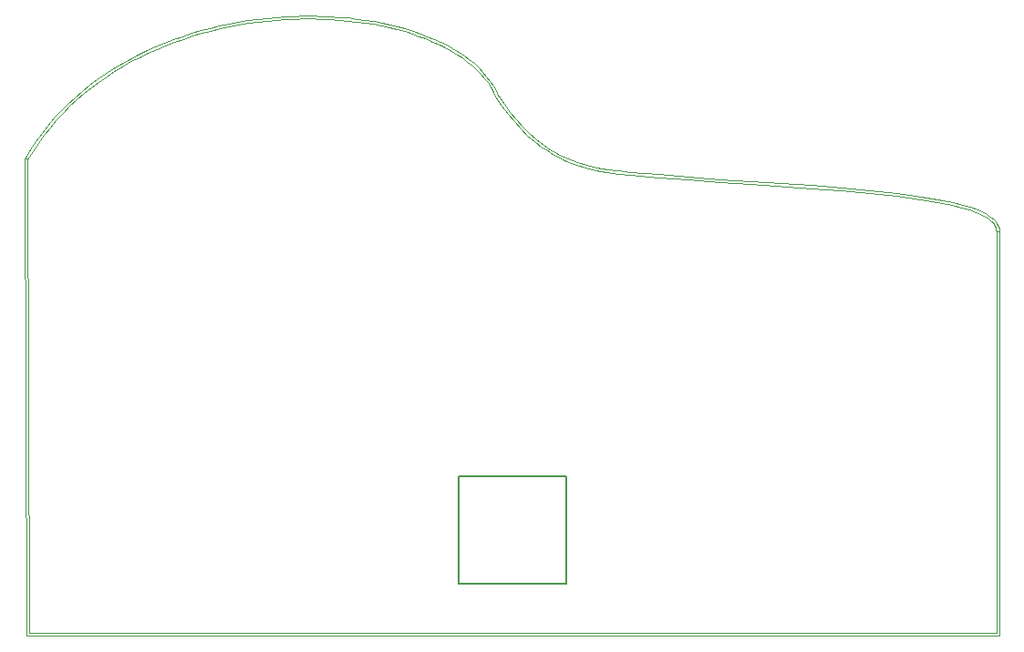
<source format=gbr>
G04 #@! TF.GenerationSoftware,KiCad,Pcbnew,5.0.1*
G04 #@! TF.CreationDate,2019-01-12T14:11:00-06:00*
G04 #@! TF.ProjectId,lid,6C69642E6B696361645F706362000000,rev?*
G04 #@! TF.SameCoordinates,Original*
G04 #@! TF.FileFunction,Profile,NP*
%FSLAX46Y46*%
G04 Gerber Fmt 4.6, Leading zero omitted, Abs format (unit mm)*
G04 Created by KiCad (PCBNEW 5.0.1) date Sat 12 Jan 2019 02:11:00 PM CST*
%MOMM*%
%LPD*%
G01*
G04 APERTURE LIST*
%ADD10C,0.150000*%
%ADD11C,0.100000*%
G04 APERTURE END LIST*
D10*
X141500000Y-105000000D02*
X141500000Y-115000000D01*
X151500000Y-105000000D02*
X141500000Y-105000000D01*
X151500000Y-115000000D02*
X151500000Y-105000000D01*
X141500000Y-115000000D02*
X151500000Y-115000000D01*
D11*
X101524376Y-75501953D02*
X101258751Y-75503953D01*
X101258751Y-75503953D02*
X101377892Y-119882859D01*
X101377892Y-119882859D02*
X191717735Y-119882859D01*
X191717735Y-119882859D02*
X191717735Y-82236328D01*
X191717735Y-82236328D02*
X191452110Y-82236328D01*
X191452110Y-82236328D02*
X191452110Y-119617188D01*
X191452110Y-119617188D02*
X101641563Y-119617188D01*
X101641563Y-119617188D02*
X101524376Y-75501953D01*
X125379845Y-62287109D02*
X124515472Y-62348258D01*
X124515472Y-62348258D02*
X123647848Y-62429573D01*
X123647848Y-62429573D02*
X122778016Y-62531294D01*
X122778016Y-62531294D02*
X121907018Y-62653660D01*
X121907018Y-62653660D02*
X121035895Y-62796913D01*
X121035895Y-62796913D02*
X120165691Y-62961292D01*
X120165691Y-62961292D02*
X119297446Y-63147038D01*
X119297446Y-63147038D02*
X118432204Y-63354391D01*
X118432204Y-63354391D02*
X117571005Y-63583591D01*
X117571005Y-63583591D02*
X116714893Y-63834879D01*
X116714893Y-63834879D02*
X115864909Y-64108494D01*
X115864909Y-64108494D02*
X115022095Y-64404676D01*
X115022095Y-64404676D02*
X114187493Y-64723667D01*
X114187493Y-64723667D02*
X113362146Y-65065706D01*
X113362146Y-65065706D02*
X112547095Y-65431033D01*
X112547095Y-65431033D02*
X111743382Y-65819889D01*
X111743382Y-65819889D02*
X110952050Y-66232514D01*
X110952050Y-66232514D02*
X110174141Y-66669148D01*
X110174141Y-66669148D02*
X109410696Y-67130032D01*
X109410696Y-67130032D02*
X108662758Y-67615405D01*
X108662758Y-67615405D02*
X107931369Y-68125507D01*
X107931369Y-68125507D02*
X107217570Y-68660580D01*
X107217570Y-68660580D02*
X106522404Y-69220862D01*
X106522404Y-69220862D02*
X105846913Y-69806595D01*
X105846913Y-69806595D02*
X105192139Y-70418019D01*
X105192139Y-70418019D02*
X104559124Y-71055374D01*
X104559124Y-71055374D02*
X103948910Y-71718899D01*
X103948910Y-71718899D02*
X103362540Y-72408836D01*
X103362540Y-72408836D02*
X102801054Y-73125424D01*
X102801054Y-73125424D02*
X102265496Y-73868904D01*
X102265496Y-73868904D02*
X101756907Y-74639516D01*
X101756907Y-74639516D02*
X101276329Y-75437500D01*
X101276329Y-75437500D02*
X101506798Y-75568359D01*
X101506798Y-75568359D02*
X101981791Y-74779712D01*
X101981791Y-74779712D02*
X102484609Y-74018008D01*
X102484609Y-74018008D02*
X103014222Y-73283016D01*
X103014222Y-73283016D02*
X103569598Y-72574506D01*
X103569598Y-72574506D02*
X104149707Y-71892247D01*
X104149707Y-71892247D02*
X104753519Y-71236008D01*
X104753519Y-71236008D02*
X105380002Y-70605559D01*
X105380002Y-70605559D02*
X106028125Y-70000667D01*
X106028125Y-70000667D02*
X106696859Y-69421104D01*
X106696859Y-69421104D02*
X107385172Y-68866637D01*
X107385172Y-68866637D02*
X108092034Y-68337037D01*
X108092034Y-68337037D02*
X108816414Y-67832071D01*
X108816414Y-67832071D02*
X109557280Y-67351511D01*
X109557280Y-67351511D02*
X110313604Y-66895124D01*
X110313604Y-66895124D02*
X111084353Y-66462680D01*
X111084353Y-66462680D02*
X111868497Y-66053948D01*
X111868497Y-66053948D02*
X112665006Y-65668698D01*
X112665006Y-65668698D02*
X113472848Y-65306699D01*
X113472848Y-65306699D02*
X114290993Y-64967719D01*
X114290993Y-64967719D02*
X115118410Y-64651528D01*
X115118410Y-64651528D02*
X115954069Y-64357896D01*
X115954069Y-64357896D02*
X116796939Y-64086591D01*
X116796939Y-64086591D02*
X117645988Y-63837383D01*
X117645988Y-63837383D02*
X118500187Y-63610040D01*
X118500187Y-63610040D02*
X119358505Y-63404333D01*
X119358505Y-63404333D02*
X120219910Y-63220030D01*
X120219910Y-63220030D02*
X121083373Y-63056901D01*
X121083373Y-63056901D02*
X121947862Y-62914715D01*
X121947862Y-62914715D02*
X122812347Y-62793240D01*
X122812347Y-62793240D02*
X123675797Y-62692247D01*
X123675797Y-62692247D02*
X124537182Y-62611504D01*
X124537182Y-62611504D02*
X125395470Y-62550781D01*
X125395470Y-62550781D02*
X126249593Y-62509866D01*
X126249593Y-62509866D02*
X127098471Y-62488538D01*
X127098471Y-62488538D02*
X127941060Y-62486552D01*
X127941060Y-62486552D02*
X128776314Y-62503662D01*
X128776314Y-62503662D02*
X129603187Y-62539625D01*
X129603187Y-62539625D02*
X130420633Y-62594194D01*
X130420633Y-62594194D02*
X131227608Y-62667125D01*
X131227608Y-62667125D02*
X132023066Y-62758174D01*
X132023066Y-62758174D02*
X132805961Y-62867094D01*
X132805961Y-62867094D02*
X133575247Y-62993642D01*
X133575247Y-62993642D02*
X134329880Y-63137571D01*
X134329880Y-63137571D02*
X135068813Y-63298638D01*
X135068813Y-63298638D02*
X135791002Y-63476596D01*
X135791002Y-63476596D02*
X136495399Y-63671202D01*
X136495399Y-63671202D02*
X137180961Y-63882210D01*
X137180961Y-63882210D02*
X137846642Y-64109375D01*
X137846642Y-64109375D02*
X138491316Y-64352438D01*
X138491316Y-64352438D02*
X139113891Y-64611119D01*
X139113891Y-64611119D02*
X139713368Y-64885144D01*
X139713368Y-64885144D02*
X140288749Y-65174239D01*
X140288749Y-65174239D02*
X140839033Y-65478127D01*
X140839033Y-65478127D02*
X141363222Y-65796536D01*
X141363222Y-65796536D02*
X141860318Y-66129189D01*
X141860318Y-66129189D02*
X142329322Y-66475812D01*
X142329322Y-66475812D02*
X142769234Y-66836131D01*
X142769234Y-66836131D02*
X143179056Y-67209870D01*
X143179056Y-67209870D02*
X143557789Y-67596755D01*
X143557789Y-67596755D02*
X143904433Y-67996511D01*
X143904433Y-67996511D02*
X144217992Y-68408863D01*
X144217992Y-68408863D02*
X144497464Y-68833537D01*
X144497464Y-68833537D02*
X144741852Y-69270257D01*
X144741852Y-69270257D02*
X144950157Y-69718750D01*
X144950157Y-69718750D02*
X144954057Y-69730469D01*
X144954057Y-69730469D02*
X144959957Y-69740239D01*
X144959957Y-69740239D02*
X145509062Y-70562506D01*
X145509062Y-70562506D02*
X146074795Y-71333915D01*
X146074795Y-71333915D02*
X146660184Y-72054799D01*
X146660184Y-72054799D02*
X147268257Y-72725494D01*
X147268257Y-72725494D02*
X147902041Y-73346332D01*
X147902041Y-73346332D02*
X148564563Y-73917646D01*
X148564563Y-73917646D02*
X149258853Y-74439772D01*
X149258853Y-74439772D02*
X149618856Y-74682494D01*
X149618856Y-74682494D02*
X149987936Y-74913043D01*
X149987936Y-74913043D02*
X150366472Y-75131462D01*
X150366472Y-75131462D02*
X150754841Y-75337792D01*
X150754841Y-75337792D02*
X151153423Y-75532075D01*
X151153423Y-75532075D02*
X151562596Y-75714354D01*
X151562596Y-75714354D02*
X151982738Y-75884668D01*
X151982738Y-75884668D02*
X152414228Y-76043061D01*
X152414228Y-76043061D02*
X153312766Y-76324249D01*
X153312766Y-76324249D02*
X154261236Y-76558250D01*
X154261236Y-76558250D02*
X155262666Y-76745399D01*
X155262666Y-76745399D02*
X156320085Y-76886029D01*
X156320085Y-76886029D02*
X157436519Y-76980474D01*
X157436519Y-76980474D02*
X160090276Y-77228817D01*
X160090276Y-77228817D02*
X162859415Y-77451857D01*
X162859415Y-77451857D02*
X165704285Y-77657530D01*
X165704285Y-77657530D02*
X168585233Y-77853771D01*
X168585233Y-77853771D02*
X174296752Y-78249701D01*
X174296752Y-78249701D02*
X177048019Y-78465261D01*
X177048019Y-78465261D02*
X179676754Y-78703130D01*
X179676754Y-78703130D02*
X182143297Y-78971497D01*
X182143297Y-78971497D02*
X183303162Y-79119568D01*
X183303162Y-79119568D02*
X184407309Y-79278108D01*
X184407309Y-79278108D02*
X185450654Y-79448029D01*
X185450654Y-79448029D02*
X186428113Y-79630238D01*
X186428113Y-79630238D02*
X187334602Y-79825646D01*
X187334602Y-79825646D02*
X188165035Y-80035161D01*
X188165035Y-80035161D02*
X188914437Y-80259656D01*
X188914437Y-80259656D02*
X189577321Y-80499462D01*
X189577321Y-80499462D02*
X190147831Y-80754676D01*
X190147831Y-80754676D02*
X190396616Y-80888092D01*
X190396616Y-80888092D02*
X190620113Y-81025396D01*
X190620113Y-81025396D02*
X190817261Y-81165794D01*
X190817261Y-81165794D02*
X190987566Y-81308678D01*
X190987566Y-81308678D02*
X191131143Y-81454336D01*
X191131143Y-81454336D02*
X191248107Y-81603058D01*
X191248107Y-81603058D02*
X191338574Y-81755134D01*
X191338574Y-81755134D02*
X191402659Y-81910853D01*
X191402659Y-81910853D02*
X191440477Y-82070505D01*
X191440477Y-82070505D02*
X191452144Y-82234380D01*
X191452144Y-82234380D02*
X191717769Y-82236380D01*
X191717769Y-82236380D02*
X191702818Y-82031685D01*
X191702818Y-82031685D02*
X191655409Y-81834274D01*
X191655409Y-81834274D02*
X191576889Y-81644182D01*
X191576889Y-81644182D02*
X191468600Y-81461445D01*
X191468600Y-81461445D02*
X191331887Y-81286096D01*
X191331887Y-81286096D02*
X191168094Y-81118173D01*
X191168094Y-81118173D02*
X190978565Y-80957709D01*
X190978565Y-80957709D02*
X190764644Y-80804740D01*
X190764644Y-80804740D02*
X190527039Y-80658469D01*
X190527039Y-80658469D02*
X190265918Y-80517899D01*
X190265918Y-80517899D02*
X189675270Y-80252803D01*
X189675270Y-80252803D02*
X188996984Y-80007327D01*
X188996984Y-80007327D02*
X188235347Y-79779349D01*
X188235347Y-79779349D02*
X187394771Y-79567177D01*
X187394771Y-79567177D02*
X186480026Y-79369844D01*
X186480026Y-79369844D02*
X185495936Y-79186316D01*
X185495936Y-79186316D02*
X184447323Y-79015557D01*
X184447323Y-79015557D02*
X183339010Y-78856532D01*
X183339010Y-78856532D02*
X182175819Y-78708205D01*
X182175819Y-78708205D02*
X179704097Y-78439505D01*
X179704097Y-78439505D02*
X177071207Y-78201308D01*
X177071207Y-78201308D02*
X174316928Y-77985669D01*
X174316928Y-77985669D02*
X168602900Y-77590152D01*
X168602900Y-77590152D02*
X165722501Y-77394320D01*
X165722501Y-77394320D02*
X162879412Y-77189136D01*
X162879412Y-77189136D02*
X160113308Y-76966622D01*
X160113308Y-76966622D02*
X157463863Y-76718802D01*
X157463863Y-76718802D02*
X157459963Y-76718802D01*
X157459963Y-76718802D02*
X157457963Y-76716802D01*
X157457963Y-76716802D02*
X156352718Y-76624063D01*
X156352718Y-76624063D02*
X155307700Y-76486574D01*
X155307700Y-76486574D02*
X154319661Y-76303861D01*
X154319661Y-76303861D02*
X153385353Y-76075451D01*
X153385353Y-76075451D02*
X152501530Y-75800870D01*
X152501530Y-75800870D02*
X152077534Y-75646117D01*
X152077534Y-75646117D02*
X151664942Y-75479643D01*
X151664942Y-75479643D02*
X151263347Y-75301390D01*
X151263347Y-75301390D02*
X150872343Y-75111298D01*
X150872343Y-75111298D02*
X150491525Y-74909308D01*
X150491525Y-74909308D02*
X150120485Y-74695360D01*
X150120485Y-74695360D02*
X149758819Y-74469396D01*
X149758819Y-74469396D02*
X149406121Y-74231356D01*
X149406121Y-74231356D02*
X148726002Y-73718811D01*
X148726002Y-73718811D02*
X148076881Y-73157251D01*
X148076881Y-73157251D02*
X147455510Y-72546204D01*
X147455510Y-72546204D02*
X146858642Y-71885195D01*
X146858642Y-71885195D02*
X146283030Y-71173749D01*
X146283030Y-71173749D02*
X145725424Y-70411395D01*
X145725424Y-70411395D02*
X145182579Y-69597656D01*
X145182579Y-69597656D02*
X145192379Y-69617187D01*
X145192379Y-69617187D02*
X144975818Y-69150447D01*
X144975818Y-69150447D02*
X144722655Y-68697038D01*
X144722655Y-68697038D02*
X144433964Y-68257159D01*
X144433964Y-68257159D02*
X144110818Y-67831004D01*
X144110818Y-67831004D02*
X143754293Y-67418772D01*
X143754293Y-67418772D02*
X143365460Y-67020660D01*
X143365460Y-67020660D02*
X142945394Y-66636863D01*
X142945394Y-66636863D02*
X142495170Y-66267578D01*
X142495170Y-66267578D02*
X142015859Y-65913004D01*
X142015859Y-65913004D02*
X141508537Y-65573335D01*
X141508537Y-65573335D02*
X140974277Y-65248769D01*
X140974277Y-65248769D02*
X140414152Y-64939504D01*
X140414152Y-64939504D02*
X139829237Y-64645735D01*
X139829237Y-64645735D02*
X139220605Y-64367659D01*
X139220605Y-64367659D02*
X138589329Y-64105474D01*
X138589329Y-64105474D02*
X137936485Y-63859375D01*
X137936485Y-63859375D02*
X137263046Y-63629550D01*
X137263046Y-63629550D02*
X136569958Y-63416207D01*
X136569958Y-63416207D02*
X135858250Y-63219572D01*
X135858250Y-63219572D02*
X135128950Y-63039873D01*
X135128950Y-63039873D02*
X134383089Y-62877336D01*
X134383089Y-62877336D02*
X133621695Y-62732188D01*
X133621695Y-62732188D02*
X132845797Y-62604658D01*
X132845797Y-62604658D02*
X132056424Y-62494971D01*
X132056424Y-62494971D02*
X131254606Y-62403355D01*
X131254606Y-62403355D02*
X130441371Y-62330037D01*
X130441371Y-62330037D02*
X129617749Y-62275245D01*
X129617749Y-62275245D02*
X128784768Y-62239205D01*
X128784768Y-62239205D02*
X127943458Y-62222144D01*
X127943458Y-62222144D02*
X127094848Y-62224290D01*
X127094848Y-62224290D02*
X126239968Y-62245869D01*
X126239968Y-62245869D02*
X125379845Y-62287109D01*
X125379845Y-62287109D02*
X125379845Y-62287109D01*
M02*

</source>
